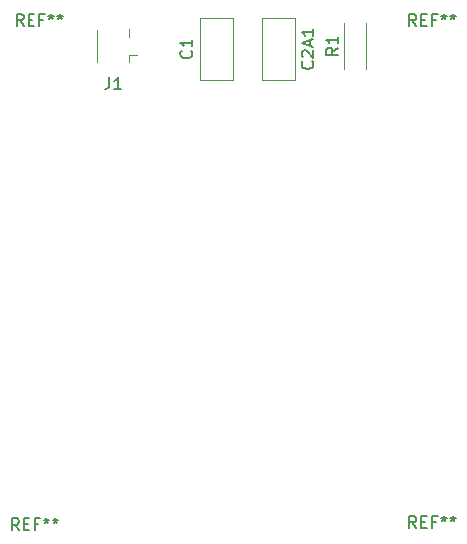
<source format=gbr>
%TF.GenerationSoftware,KiCad,Pcbnew,9.0.5*%
%TF.CreationDate,2026-01-13T09:43:48+09:00*%
%TF.ProjectId,emi-board,656d692d-626f-4617-9264-2e6b69636164,rev?*%
%TF.SameCoordinates,Original*%
%TF.FileFunction,Legend,Top*%
%TF.FilePolarity,Positive*%
%FSLAX46Y46*%
G04 Gerber Fmt 4.6, Leading zero omitted, Abs format (unit mm)*
G04 Created by KiCad (PCBNEW 9.0.5) date 2026-01-13 09:43:48*
%MOMM*%
%LPD*%
G01*
G04 APERTURE LIST*
%ADD10C,0.150000*%
%ADD11C,0.120000*%
G04 APERTURE END LIST*
D10*
X162534819Y-80166666D02*
X162058628Y-80499999D01*
X162534819Y-80738094D02*
X161534819Y-80738094D01*
X161534819Y-80738094D02*
X161534819Y-80357142D01*
X161534819Y-80357142D02*
X161582438Y-80261904D01*
X161582438Y-80261904D02*
X161630057Y-80214285D01*
X161630057Y-80214285D02*
X161725295Y-80166666D01*
X161725295Y-80166666D02*
X161868152Y-80166666D01*
X161868152Y-80166666D02*
X161963390Y-80214285D01*
X161963390Y-80214285D02*
X162011009Y-80261904D01*
X162011009Y-80261904D02*
X162058628Y-80357142D01*
X162058628Y-80357142D02*
X162058628Y-80738094D01*
X162534819Y-79214285D02*
X162534819Y-79785713D01*
X162534819Y-79499999D02*
X161534819Y-79499999D01*
X161534819Y-79499999D02*
X161677676Y-79595237D01*
X161677676Y-79595237D02*
X161772914Y-79690475D01*
X161772914Y-79690475D02*
X161820533Y-79785713D01*
X150109580Y-80416666D02*
X150157200Y-80464285D01*
X150157200Y-80464285D02*
X150204819Y-80607142D01*
X150204819Y-80607142D02*
X150204819Y-80702380D01*
X150204819Y-80702380D02*
X150157200Y-80845237D01*
X150157200Y-80845237D02*
X150061961Y-80940475D01*
X150061961Y-80940475D02*
X149966723Y-80988094D01*
X149966723Y-80988094D02*
X149776247Y-81035713D01*
X149776247Y-81035713D02*
X149633390Y-81035713D01*
X149633390Y-81035713D02*
X149442914Y-80988094D01*
X149442914Y-80988094D02*
X149347676Y-80940475D01*
X149347676Y-80940475D02*
X149252438Y-80845237D01*
X149252438Y-80845237D02*
X149204819Y-80702380D01*
X149204819Y-80702380D02*
X149204819Y-80607142D01*
X149204819Y-80607142D02*
X149252438Y-80464285D01*
X149252438Y-80464285D02*
X149300057Y-80416666D01*
X150204819Y-79464285D02*
X150204819Y-80035713D01*
X150204819Y-79749999D02*
X149204819Y-79749999D01*
X149204819Y-79749999D02*
X149347676Y-79845237D01*
X149347676Y-79845237D02*
X149442914Y-79940475D01*
X149442914Y-79940475D02*
X149490533Y-80035713D01*
X135516666Y-121004819D02*
X135183333Y-120528628D01*
X134945238Y-121004819D02*
X134945238Y-120004819D01*
X134945238Y-120004819D02*
X135326190Y-120004819D01*
X135326190Y-120004819D02*
X135421428Y-120052438D01*
X135421428Y-120052438D02*
X135469047Y-120100057D01*
X135469047Y-120100057D02*
X135516666Y-120195295D01*
X135516666Y-120195295D02*
X135516666Y-120338152D01*
X135516666Y-120338152D02*
X135469047Y-120433390D01*
X135469047Y-120433390D02*
X135421428Y-120481009D01*
X135421428Y-120481009D02*
X135326190Y-120528628D01*
X135326190Y-120528628D02*
X134945238Y-120528628D01*
X135945238Y-120481009D02*
X136278571Y-120481009D01*
X136421428Y-121004819D02*
X135945238Y-121004819D01*
X135945238Y-121004819D02*
X135945238Y-120004819D01*
X135945238Y-120004819D02*
X136421428Y-120004819D01*
X137183333Y-120481009D02*
X136850000Y-120481009D01*
X136850000Y-121004819D02*
X136850000Y-120004819D01*
X136850000Y-120004819D02*
X137326190Y-120004819D01*
X137850000Y-120004819D02*
X137850000Y-120242914D01*
X137611905Y-120147676D02*
X137850000Y-120242914D01*
X137850000Y-120242914D02*
X138088095Y-120147676D01*
X137707143Y-120433390D02*
X137850000Y-120242914D01*
X137850000Y-120242914D02*
X137992857Y-120433390D01*
X138611905Y-120004819D02*
X138611905Y-120242914D01*
X138373810Y-120147676D02*
X138611905Y-120242914D01*
X138611905Y-120242914D02*
X138850000Y-120147676D01*
X138469048Y-120433390D02*
X138611905Y-120242914D01*
X138611905Y-120242914D02*
X138754762Y-120433390D01*
X160359580Y-81321428D02*
X160407200Y-81369047D01*
X160407200Y-81369047D02*
X160454819Y-81511904D01*
X160454819Y-81511904D02*
X160454819Y-81607142D01*
X160454819Y-81607142D02*
X160407200Y-81749999D01*
X160407200Y-81749999D02*
X160311961Y-81845237D01*
X160311961Y-81845237D02*
X160216723Y-81892856D01*
X160216723Y-81892856D02*
X160026247Y-81940475D01*
X160026247Y-81940475D02*
X159883390Y-81940475D01*
X159883390Y-81940475D02*
X159692914Y-81892856D01*
X159692914Y-81892856D02*
X159597676Y-81845237D01*
X159597676Y-81845237D02*
X159502438Y-81749999D01*
X159502438Y-81749999D02*
X159454819Y-81607142D01*
X159454819Y-81607142D02*
X159454819Y-81511904D01*
X159454819Y-81511904D02*
X159502438Y-81369047D01*
X159502438Y-81369047D02*
X159550057Y-81321428D01*
X159550057Y-80940475D02*
X159502438Y-80892856D01*
X159502438Y-80892856D02*
X159454819Y-80797618D01*
X159454819Y-80797618D02*
X159454819Y-80559523D01*
X159454819Y-80559523D02*
X159502438Y-80464285D01*
X159502438Y-80464285D02*
X159550057Y-80416666D01*
X159550057Y-80416666D02*
X159645295Y-80369047D01*
X159645295Y-80369047D02*
X159740533Y-80369047D01*
X159740533Y-80369047D02*
X159883390Y-80416666D01*
X159883390Y-80416666D02*
X160454819Y-80988094D01*
X160454819Y-80988094D02*
X160454819Y-80369047D01*
X160169104Y-79988094D02*
X160169104Y-79511904D01*
X160454819Y-80083332D02*
X159454819Y-79749999D01*
X159454819Y-79749999D02*
X160454819Y-79416666D01*
X160454819Y-78559523D02*
X160454819Y-79130951D01*
X160454819Y-78845237D02*
X159454819Y-78845237D01*
X159454819Y-78845237D02*
X159597676Y-78940475D01*
X159597676Y-78940475D02*
X159692914Y-79035713D01*
X159692914Y-79035713D02*
X159740533Y-79130951D01*
X169166666Y-78304819D02*
X168833333Y-77828628D01*
X168595238Y-78304819D02*
X168595238Y-77304819D01*
X168595238Y-77304819D02*
X168976190Y-77304819D01*
X168976190Y-77304819D02*
X169071428Y-77352438D01*
X169071428Y-77352438D02*
X169119047Y-77400057D01*
X169119047Y-77400057D02*
X169166666Y-77495295D01*
X169166666Y-77495295D02*
X169166666Y-77638152D01*
X169166666Y-77638152D02*
X169119047Y-77733390D01*
X169119047Y-77733390D02*
X169071428Y-77781009D01*
X169071428Y-77781009D02*
X168976190Y-77828628D01*
X168976190Y-77828628D02*
X168595238Y-77828628D01*
X169595238Y-77781009D02*
X169928571Y-77781009D01*
X170071428Y-78304819D02*
X169595238Y-78304819D01*
X169595238Y-78304819D02*
X169595238Y-77304819D01*
X169595238Y-77304819D02*
X170071428Y-77304819D01*
X170833333Y-77781009D02*
X170500000Y-77781009D01*
X170500000Y-78304819D02*
X170500000Y-77304819D01*
X170500000Y-77304819D02*
X170976190Y-77304819D01*
X171500000Y-77304819D02*
X171500000Y-77542914D01*
X171261905Y-77447676D02*
X171500000Y-77542914D01*
X171500000Y-77542914D02*
X171738095Y-77447676D01*
X171357143Y-77733390D02*
X171500000Y-77542914D01*
X171500000Y-77542914D02*
X171642857Y-77733390D01*
X172261905Y-77304819D02*
X172261905Y-77542914D01*
X172023810Y-77447676D02*
X172261905Y-77542914D01*
X172261905Y-77542914D02*
X172500000Y-77447676D01*
X172119048Y-77733390D02*
X172261905Y-77542914D01*
X172261905Y-77542914D02*
X172404762Y-77733390D01*
X169166666Y-120804819D02*
X168833333Y-120328628D01*
X168595238Y-120804819D02*
X168595238Y-119804819D01*
X168595238Y-119804819D02*
X168976190Y-119804819D01*
X168976190Y-119804819D02*
X169071428Y-119852438D01*
X169071428Y-119852438D02*
X169119047Y-119900057D01*
X169119047Y-119900057D02*
X169166666Y-119995295D01*
X169166666Y-119995295D02*
X169166666Y-120138152D01*
X169166666Y-120138152D02*
X169119047Y-120233390D01*
X169119047Y-120233390D02*
X169071428Y-120281009D01*
X169071428Y-120281009D02*
X168976190Y-120328628D01*
X168976190Y-120328628D02*
X168595238Y-120328628D01*
X169595238Y-120281009D02*
X169928571Y-120281009D01*
X170071428Y-120804819D02*
X169595238Y-120804819D01*
X169595238Y-120804819D02*
X169595238Y-119804819D01*
X169595238Y-119804819D02*
X170071428Y-119804819D01*
X170833333Y-120281009D02*
X170500000Y-120281009D01*
X170500000Y-120804819D02*
X170500000Y-119804819D01*
X170500000Y-119804819D02*
X170976190Y-119804819D01*
X171500000Y-119804819D02*
X171500000Y-120042914D01*
X171261905Y-119947676D02*
X171500000Y-120042914D01*
X171500000Y-120042914D02*
X171738095Y-119947676D01*
X171357143Y-120233390D02*
X171500000Y-120042914D01*
X171500000Y-120042914D02*
X171642857Y-120233390D01*
X172261905Y-119804819D02*
X172261905Y-120042914D01*
X172023810Y-119947676D02*
X172261905Y-120042914D01*
X172261905Y-120042914D02*
X172500000Y-119947676D01*
X172119048Y-120233390D02*
X172261905Y-120042914D01*
X172261905Y-120042914D02*
X172404762Y-120233390D01*
X135916666Y-78304819D02*
X135583333Y-77828628D01*
X135345238Y-78304819D02*
X135345238Y-77304819D01*
X135345238Y-77304819D02*
X135726190Y-77304819D01*
X135726190Y-77304819D02*
X135821428Y-77352438D01*
X135821428Y-77352438D02*
X135869047Y-77400057D01*
X135869047Y-77400057D02*
X135916666Y-77495295D01*
X135916666Y-77495295D02*
X135916666Y-77638152D01*
X135916666Y-77638152D02*
X135869047Y-77733390D01*
X135869047Y-77733390D02*
X135821428Y-77781009D01*
X135821428Y-77781009D02*
X135726190Y-77828628D01*
X135726190Y-77828628D02*
X135345238Y-77828628D01*
X136345238Y-77781009D02*
X136678571Y-77781009D01*
X136821428Y-78304819D02*
X136345238Y-78304819D01*
X136345238Y-78304819D02*
X136345238Y-77304819D01*
X136345238Y-77304819D02*
X136821428Y-77304819D01*
X137583333Y-77781009D02*
X137250000Y-77781009D01*
X137250000Y-78304819D02*
X137250000Y-77304819D01*
X137250000Y-77304819D02*
X137726190Y-77304819D01*
X138250000Y-77304819D02*
X138250000Y-77542914D01*
X138011905Y-77447676D02*
X138250000Y-77542914D01*
X138250000Y-77542914D02*
X138488095Y-77447676D01*
X138107143Y-77733390D02*
X138250000Y-77542914D01*
X138250000Y-77542914D02*
X138392857Y-77733390D01*
X139011905Y-77304819D02*
X139011905Y-77542914D01*
X138773810Y-77447676D02*
X139011905Y-77542914D01*
X139011905Y-77542914D02*
X139250000Y-77447676D01*
X138869048Y-77733390D02*
X139011905Y-77542914D01*
X139011905Y-77542914D02*
X139154762Y-77733390D01*
X143191666Y-82654819D02*
X143191666Y-83369104D01*
X143191666Y-83369104D02*
X143144047Y-83511961D01*
X143144047Y-83511961D02*
X143048809Y-83607200D01*
X143048809Y-83607200D02*
X142905952Y-83654819D01*
X142905952Y-83654819D02*
X142810714Y-83654819D01*
X144191666Y-83654819D02*
X143620238Y-83654819D01*
X143905952Y-83654819D02*
X143905952Y-82654819D01*
X143905952Y-82654819D02*
X143810714Y-82797676D01*
X143810714Y-82797676D02*
X143715476Y-82892914D01*
X143715476Y-82892914D02*
X143620238Y-82940533D01*
D11*
%TO.C,R1*%
X163080000Y-81920000D02*
X163080000Y-78080000D01*
X164920000Y-81920000D02*
X164920000Y-78080000D01*
%TO.C,C1*%
X150880000Y-77630000D02*
X153620000Y-77630000D01*
X150880000Y-82870000D02*
X150880000Y-77630000D01*
X153620000Y-77630000D02*
X153620000Y-82870000D01*
X153620000Y-82870000D02*
X150880000Y-82870000D01*
%TO.C,C2A1*%
X156130000Y-77630000D02*
X158870000Y-77630000D01*
X156130000Y-82870000D02*
X156130000Y-77630000D01*
X158870000Y-77630000D02*
X158870000Y-82870000D01*
X158870000Y-82870000D02*
X156130000Y-82870000D01*
%TO.C,J1*%
X142165000Y-81350000D02*
X142165000Y-78650000D01*
X144885000Y-78600000D02*
X144885000Y-79240000D01*
X144885000Y-80760000D02*
X145515000Y-80760000D01*
X144885000Y-81400000D02*
X144885000Y-80760000D01*
%TD*%
M02*

</source>
